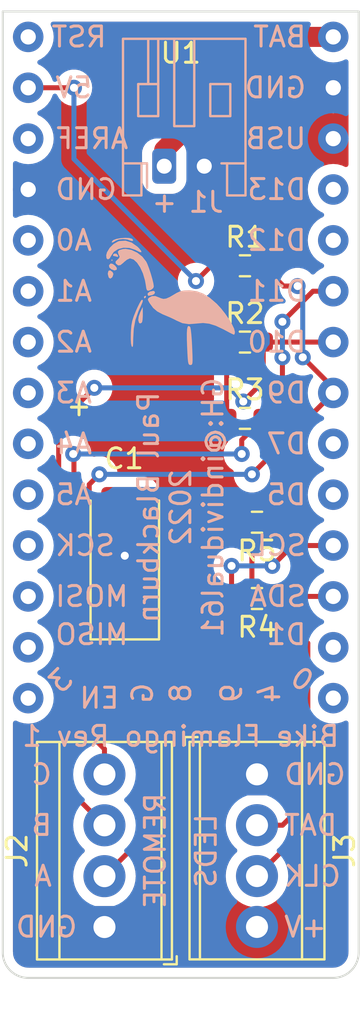
<source format=kicad_pcb>
(kicad_pcb (version 20211014) (generator pcbnew)
  (layers (0 "F.Cu" signal) (31 "B.Cu" signal) (34 "B.Paste" user) (35 "F.Paste" user) (36 "B.SilkS" user "B.Silkscreen") (37 "F.SilkS" user "F.Silkscreen") (38 "B.Mask" user) (39 "F.Mask" user) (44 "Edge.Cuts" user))
  (net 0 "")
  (net 1 "VBUS")
  (net 2 "GND")
  (net 3 "Net-(J1-Pad1)")
  (net 4 "/BUTT_A")
  (net 5 "/BUTT_B")
  (net 6 "/BUTT_C")
  (net 7 "+5V")
  (net 8 "/SDA")
  (net 9 "/SCL")
  (footprint "TerminalBlock_TE-Connectivity:TerminalBlock_TE_282834-4_1x04_P2.54mm_Horizontal" (layer "F.Cu") (at 129.54 121.915 -90)
    (fp_text reference "J3" (at 3.81 -4.37 90) (layer "F.SilkS"))
    (fp_text value "Button Board Terminal")
    (fp_line (start -1.62 3.37) (end 9.241 3.37) (layer "F.SilkS") (width 0.12))
    (fp_line (start -1.86 2.97) (end -1.86 3.61) (layer "F.SilkS") (width 0.12))
    (fp_line (start -1.86 3.61) (end -1.46 3.61) (layer "F.SilkS") (width 0.12))
    (fp_line (start 9.241 -3.37) (end 9.241 3.37) (layer "F.SilkS") (width 0.12))
    (fp_line (start -1.62 -3.37) (end 9.241 -3.37) (layer "F.SilkS") (width 0.12))
    (fp_line (start -1.62 -3.37) (end -1.62 3.37) (layer "F.SilkS") (width 0.12))
    (fp_line (start -1.62 2.85) (end 9.241 2.85) (layer "F.SilkS") (width 0.12))
    (fp_line (start -1.62 -2.25) (end 9.241 -2.25) (layer "F.SilkS") (width 0.12))
    (pad "1" thru_hole rect (at 0 0 270) (size 2.1 2.1) (drill 1.1) (layers *.Cu *.Mask) (net 2 "GND"))
    (pad "2" thru_hole circle (at 2.54 0 270) (size 2.1 2.1) (drill 1.1) (layers *.Cu *.Mask) (net 9 "/SCL"))
    (pad "3" thru_hole circle (at 5.08 0 270) (size 2.1 2.1) (drill 1.1) (layers *.Cu *.Mask) (net 8 "/SDA"))
    (pad "4" thru_hole circle (at 7.62 0 270) (size 2.1 2.1) (drill 1.1) (layers *.Cu *.Mask) (net 1 "VBUS"))
  )
  (footprint "Capacitor_Tantalum_SMD:CP_EIA-6032-28_Kemet-C_Pad2.25x2.35mm_HandSolder" (layer "F.Cu") (at 122.936 111.242 90)
    (fp_text reference "C1" (at 5.09 -0.033 180) (layer "F.SilkS"))
    (fp_text value "100uF")
    (fp_line (start 3 -1.71) (end -3.935 -1.71) (layer "F.SilkS") (width 0.12))
    (fp_line (start -3.935 -1.71) (end -3.935 1.71) (layer "F.SilkS") (width 0.12))
    (fp_line (start -3.935 1.71) (end 3 1.71) (layer "F.SilkS") (width 0.12))
    (pad "1" smd roundrect (at -2.55 0 90) (size 2.25 2.35) (layers "F.Cu" "F.Paste" "F.Mask") (roundrect_rratio 0.111111) (net 1 "VBUS"))
    (pad "2" smd roundrect (at 2.55 0 90) (size 2.25 2.35) (layers "F.Cu" "F.Paste" "F.Mask") (roundrect_rratio 0.111111) (net 2 "GND"))
  )
  (footprint "Resistor_SMD:R_0603_1608Metric_Pad0.98x0.95mm_HandSolder" (layer "F.Cu") (at 128.938 100.33)
    (fp_text reference "R2" (at 0 -1.43) (layer "F.SilkS"))
    (fp_text value "4.7k")
    (fp_line (start -0.254724 -0.5225) (end 0.254724 -0.5225) (layer "F.SilkS") (width 0.12))
    (fp_line (start -0.254724 0.5225) (end 0.254724 0.5225) (layer "F.SilkS") (width 0.12))
    (pad "1" smd roundrect (at -0.9125 0) (size 0.975 0.95) (layers "F.Cu" "F.Paste" "F.Mask") (net 7 "+5V"))
    (pad "2" smd roundrect (at 0.9125 0) (size 0.975 0.95) (layers "F.Cu" "F.Paste" "F.Mask") (net 5 "/BUTT_B"))
  )
  (footprint "TerminalBlock_TE-Connectivity:TerminalBlock_TE_282834-4_1x04_P2.54mm_Horizontal" (layer "F.Cu") (at 121.92 129.54 90)
    (fp_text reference "J2" (at 3.81 -4.37 90) (layer "F.SilkS"))
    (fp_text value "Button Board Terminal")
    (fp_line (start -1.62 -3.37) (end 9.241 -3.37) (layer "F.SilkS") (width 0.12))
    (fp_line (start -1.62 3.37) (end 9.241 3.37) (layer "F.SilkS") (width 0.12))
    (fp_line (start -1.86 3.61) (end -1.46 3.61) (layer "F.SilkS") (width 0.12))
    (fp_line (start -1.62 -3.37) (end -1.62 3.37) (layer "F.SilkS") (width 0.12))
    (fp_line (start 9.241 -3.37) (end 9.241 3.37) (layer "F.SilkS") (width 0.12))
    (fp_line (start -1.62 2.85) (end 9.241 2.85) (layer "F.SilkS") (width 0.12))
    (fp_line (start -1.86 2.97) (end -1.86 3.61) (layer "F.SilkS") (width 0.12))
    (fp_line (start -1.62 -2.25) (end 9.241 -2.25) (layer "F.SilkS") (width 0.12))
    (pad "1" thru_hole rect (at 0 0 90) (size 2.1 2.1) (drill 1.1) (layers *.Cu *.Mask) (net 2 "GND"))
    (pad "2" thru_hole circle (at 2.54 0 90) (size 2.1 2.1) (drill 1.1) (layers *.Cu *.Mask) (net 4 "/BUTT_A"))
    (pad "3" thru_hole circle (at 5.08 0 90) (size 2.1 2.1) (drill 1.1) (layers *.Cu *.Mask) (net 5 "/BUTT_B"))
    (pad "4" thru_hole circle (at 7.62 0 90) (size 2.1 2.1) (drill 1.1) (layers *.Cu *.Mask) (net 6 "/BUTT_C"))
  )
  (footprint "Resistor_SMD:R_0603_1608Metric_Pad0.98x0.95mm_HandSolder" (layer "F.Cu") (at 128.938 104.14)
    (fp_text reference "R3" (at 0 -1.43) (layer "F.SilkS"))
    (fp_text value "4.7k")
    (fp_line (start -0.254724 0.5225) (end 0.254724 0.5225) (layer "F.SilkS") (width 0.12))
    (fp_line (start -0.254724 -0.5225) (end 0.254724 -0.5225) (layer "F.SilkS") (width 0.12))
    (pad "1" smd roundrect (at -0.9125 0) (size 0.975 0.95) (layers "F.Cu" "F.Paste" "F.Mask") (net 7 "+5V"))
    (pad "2" smd roundrect (at 0.9125 0) (size 0.975 0.95) (layers "F.Cu" "F.Paste" "F.Mask") (net 6 "/BUTT_C"))
  )
  (footprint "MyBoards:Adafruit Itsy Bitsy 5V 16 MHz" (layer "F.Cu") (at 125.73 101.6)
    (fp_text reference "U1" (at 0 -15.7 unlocked) (layer "F.SilkS"))
    (fp_text value "Adafruit_ItsyBitsy_5V_16MHz")
    (fp_text user "USB" (at 6.35 -11.43 unlocked) (layer "B.SilkS") (effects (justify left mirror)))
    (fp_text user "3" (at -5.588 15.24 45 unlocked) (layer "B.SilkS") (effects (justify left mirror)))
    (fp_text user "AREF" (at -6.35 -11.43 unlocked) (layer "B.SilkS") (effects (justify right mirror)))
    (fp_text user "D9" (at 6.35 1.27 unlocked) (layer "B.SilkS") (effects (justify left mirror)))
    (fp_text user "D7" (at 6.35 3.81 unlocked) (layer "B.SilkS") (effects (justify left mirror)))
    (fp_text user "5V" (at -6.35 -13.97 unlocked) (layer "B.SilkS") (effects (justify right mirror)))
    (fp_text user "MISO" (at -6.35 13.335 unlocked) (layer "B.SilkS") (effects (justify right mirror)))
    (fp_text user "GND" (at -6.35 -8.89 unlocked) (layer "B.SilkS") (effects (justify right mirror)))
    (fp_text user "EN" (at -4.064 16.51 unlocked) (layer "B.SilkS") (effects (justify mirror)))
    (fp_text user "A2" (at -6.35 -1.27 unlocked) (layer "B.SilkS") (effects (justify right mirror)))
    (fp_text user "9" (at 2.54 16.256 90 unlocked) (layer "B.SilkS") (effects (justify mirror)))
    (fp_text user "GND" (at 6.35 -13.97 unlocked) (layer "B.SilkS") (effects (justify left mirror)))
    (fp_text user "A1" (at -6.35 -3.81 unlocked) (layer "B.SilkS") (effects (justify right mirror)))
    (fp_text user "SCK" (at -6.35 8.89 unlocked) (layer "B.SilkS") (effects (justify right mirror)))
    (fp_text user "4" (at 4.445 16.256 90 unlocked) (layer "B.SilkS") (effects (justify mirror)))
    (fp_text user "D13" (at 6.35 -8.89 unlocked) (layer "B.SilkS") (effects (justify left mirror)))
    (fp_text user "SDA" (at 6.35 11.43 unlocked) (layer "B.SilkS") (effects (justify left mirror)))
    (fp_text user "D5" (at 6.35 6.35 unlocked) (layer "B.SilkS") (effects (justify left mirror)))
    (fp_text user "D11" (at 6.35 -3.81 unlocked) (layer "B.SilkS") (effects (justify left mirror)))
    (fp_text user "8" (at 0 16.256 90 unlocked) (layer "B.SilkS") (effects (justify mirror)))
    (fp_text user "G" (at -1.905 16.256 90 unlocked) (layer "B.SilkS") (effects (justify mirror)))
    (fp_text user "A4" (at -6.35 3.81 unlocked) (layer "B.SilkS") (effects (justify right mirror)))
    (fp_text user "BAT" (at 6.35 -16.51 unlocked) (layer "B.SilkS") (effects (justify left mirror)))
    (fp_text user "0" (at 5.588 15.24 325 unlocked) (layer "B.SilkS") (effects (justify right mirror)))
    (fp_text user "D1" (at 6.35 13.335 unlocked) (layer "B.SilkS") (effects (justify left mirror)))
    (fp_text user "RST" (at -5.08 -16.51 unlocked) (layer "B.SilkS") (effects (justify mirror)))
    (fp_text user "SCL" (at 6.35 8.89 unlocked) (layer "B.SilkS") (effects (justify left mirror)))
    (fp_text user "D10" (at 6.35 -1.27 unlocked) (layer "B.SilkS") (effects (justify left mirror)))
    (fp_text user "A3" (at -6.35 1.27 unlocked) (layer "B.SilkS") (effects (justify right mirror)))
    (fp_text user "A5" (at -6.35 6.35 unlocked) (layer "B.SilkS") (effects (justify right mirror)))
    (fp_text user "MOSI" (at -6.35 11.43 unlocked) (layer "B.SilkS") (effects (justify right mirror)))
    (fp_text user "D12" (at 6.35 -6.35 unlocked) (layer "B.SilkS") (effects (justify left mirror)))
    (fp_text user "A0" (at -6.35 -6.35 unlocked) (layer "B.SilkS") (effects (justify right mirror)))
    (pad "1" thru_hole circle (at -7.62 -16.51) (size 1.524 1.524) (drill 0.762) (layers *.Cu *.Mask))
    (pad "2" thru_hole circle (at -7.62 -13.97) (size 1.524 1.524) (drill 0.762) (layers *.Cu *.Mask) (net 7 "+5V"))
    (pad "3" thru_hole circle (at -7.62 -11.43) (size 1.524 1.524) (drill 0.762) (layers *.Cu *.Mask))
    (pad "4" thru_hole circle (at -7.62 -8.89) (size 1.524 1.524) (drill 0.762) (layers *.Cu *.Mask) (net 2 "GND"))
    (pad "5" thru_hole circle (at -7.62 -6.35) (size 1.524 1.524) (drill 0.762) (layers *.Cu *.Mask))
    (pad "6" thru_hole circle (at -7.62 -3.81) (size 1.524 1.524) (drill 0.762) (layers *.Cu *.Mask))
    (pad "7" thru_hole circle (at -7.62 -1.27) (size 1.524 1.524) (drill 0.762) (layers *.Cu *.Mask))
    (pad "8" thru_hole circle (at -7.62 1.27) (size 1.524 1.524) (drill 0.762) (layers *.Cu *.Mask))
    (pad "9" thru_hole circle (at -7.62 3.81) (size 1.524 1.524) (drill 0.762) (layers *.Cu *.Mask))
    (pad "10" thru_hole circle (at -7.62 6.35) (size 1.524 1.524) (drill 0.762) (layers *.Cu *.Mask))
    (pad "11" thru_hole circle (at -7.62 8.89) (size 1.524 1.524) (drill 0.762) (layers *.Cu *.Mask))
    (pad "12" thru_hole circle (at -7.62 11.43) (size 1.524 1.524) (drill 0.762) (layers *.Cu *.Mask))
    (pad "13" thru_hole circle (at -7.62 13.97) (size 1.524 1.524) (drill 0.762) (layers *.Cu *.Mask))
    (pad "14" thru_hole circle (at -7.62 16.51) (size 1.524 1.524) (drill 0.762) (layers *.Cu *.Mask))
    (pad "20" thru_hole circle (at 7.62 16.51) (size 1.524 1.524) (drill 0.762) (layers *.Cu *.Mask))
    (pad "21" thru_hole circle (at 7.62 13.97) (size 1.524 1.524) (drill 0.762) (layers *.Cu *.Mask))
    (pad "22" thru_hole circle (at 7.62 11.43) (size 1.524 1.524) (drill 0.762) (layers *.Cu *.Mask) (net 8 "/SDA"))
    (pad "23" thru_hole circle (at 7.62 8.89) (size 1.524 1.524) (drill 0.762) (layers *.Cu *.Mask) (net 9 "/SCL"))
    (pad "24" thru_hole circle (at 7.62 6.35) (size 1.524 1.524) (drill 0.762) (layers *.Cu *.Mask))
    (pad "25" thru_hole circle (at 7.62 3.81) (size 1.524 1.524) (drill 0.762) (layers *.Cu *.Mask))
    (pad "26" thru_hole circle (at 7.62 1.27) (size 1.524 1.524) (drill 0.762) (layers *.Cu *.Mask) (net 4 "/BUTT_A"))
    (pad "27" thru_hole circle (at 7.62 -1.27) (size 1.524 1.524) (drill 0.762) (layers *.Cu *.Mask) (net 5 "/BUTT_B"))
    (pad "28" thru_hole circle (at 7.62 -3.81) (size 1.524 1.524) (drill 0.762) (layers *.Cu *.Mask) (net 6 "/BUTT_C"))
    (pad "29" thru_hole circle (at 7.62 -6.35) (size 1.524 1.524) (drill 0.762) (layers *.Cu *.Mask))
    (pad "30" thru_hole circle (at 7.62 -8.89) (size 1.524 1.524) (drill 0.762) (layers *.Cu *.Mask))
    (pad "31" thru_hole circle (at 7.62 -11.43) (size 1.524 1.524) (drill 0.762) (layers *.Cu *.Mask) (net 1 "VBUS"))
    (pad "32" thru_hole circle (at 7.62 -13.97) (size 1.524 1.524) (drill 0.762) (layers *.Cu *.Mask) (net 2 "GND"))
    (pad "33" thru_hole circle (at 7.62 -16.51) (size 1.524 1.524) (drill 0.762) (layers *.Cu *.Mask) (net 3 "Net-(J1-Pad1)"))
  )
  (footprint "Resistor_SMD:R_0603_1608Metric_Pad0.98x0.95mm_HandSolder" (layer "F.Cu") (at 128.938 96.52)
    (fp_text reference "R1" (at 0 -1.43) (layer "F.SilkS"))
    (fp_text value "4.7k")
    (fp_line (start -0.254724 0.5225) (end 0.254724 0.5225) (layer "F.SilkS") (width 0.12))
    (fp_line (start -0.254724 -0.5225) (end 0.254724 -0.5225) (layer "F.SilkS") (width 0.12))
    (pad "1" smd roundrect (at -0.9125 0) (size 0.975 0.95) (layers "F.Cu" "F.Paste" "F.Mask") (net 7 "+5V"))
    (pad "2" smd roundrect (at 0.9125 0) (size 0.975 0.95) (layers "F.Cu" "F.Paste" "F.Mask") (net 4 "/BUTT_A"))
  )
  (footprint "Resistor_SMD:R_0603_1608Metric_Pad0.98x0.95mm_HandSolder" (layer "F.Cu") (at 129.54 113.136 180)
    (fp_text reference "R4" (at 0 -1.43) (layer "F.SilkS"))
    (fp_text value "330")
    (fp_line (start -0.254724 0.5225) (end 0.254724 0.5225) (layer "F.SilkS") (width 0.12))
    (fp_line (start -0.254724 -0.5225) (end 0.254724 -0.5225) (layer "F.SilkS") (width 0.12))
    (pad "1" smd roundrect (at -0.9125 0 180) (size 0.975 0.95) (layers "F.Cu" "F.Paste" "F.Mask") (net 8 "/SDA"))
    (pad "2" smd roundrect (at 0.9125 0 180) (size 0.975 0.95) (layers "F.Cu" "F.Paste" "F.Mask") (net 9 "/SCL"))
  )
  (footprint "Resistor_SMD:R_0603_1608Metric_Pad0.98x0.95mm_HandSolder" (layer "F.Cu") (at 129.54 109.326 180)
    (fp_text reference "R5" (at 0 -1.43) (layer "F.SilkS"))
    (fp_text value "330")
    (fp_line (start -0.254724 0.5225) (end 0.254724 0.5225) (layer "F.SilkS") (width 0.12))
    (fp_line (start -0.254724 -0.5225) (end 0.254724 -0.5225) (layer "F.SilkS") (width 0.12))
    (pad "1" smd roundrect (at -0.9125 0 180) (size 0.975 0.95) (layers "F.Cu" "F.Paste" "F.Mask") (net 9 "/SCL"))
    (pad "2" smd roundrect (at 0.9125 0 180) (size 0.975 0.95) (layers "F.Cu" "F.Paste" "F.Mask") (net 8 "/SDA"))
  )
  (footprint "Connector_JST:JST_PH_S2B-PH-K_1x02_P2.00mm_Horizontal" (layer "B.Cu") (at 124.906 91.546)
    (fp_text reference "J1" (at 2.094 1.799) (layer "B.SilkS") (effects (justify mirror)))
    (fp_text value "Battery Connector")
    (fp_line (start 3.3 -2.5) (end 3.3 -4.1) (layer "B.SilkS") (width 0.12))
    (fp_line (start -0.86 -0.14) (end -1.14 -0.14) (layer "B.SilkS") (width 0.12))
    (fp_line (start 2.3 -2.5) (end 3.3 -2.5) (layer "B.SilkS") (width 0.12))
    (fp_line (start -0.8 -4.1) (end -0.8 -6.36) (layer "B.SilkS") (width 0.12))
    (fp_line (start -1.3 -4.1) (end -0.3 -4.1) (layer "B.SilkS") (width 0.12))
    (fp_line (start 4.06 -0.14) (end 3.14 -0.14) (layer "B.SilkS") (width 0.12))
    (fp_line (start -0.3 -4.1) (end -0.3 -6.36) (layer "B.SilkS") (width 0.12))
    (fp_line (start -1.14 1.46) (end -2.06 1.46) (layer "B.SilkS") (width 0.12))
    (fp_line (start 0.5 -6.36) (end 0.5 -2) (layer "B.SilkS") (width 0.12))
    (fp_line (start 1.5 -2) (end 1.5 -6.36) (layer "B.SilkS") (width 0.12))
    (fp_line (start 2.3 -4.1) (end 2.3 -2.5) (layer "B.SilkS") (width 0.12))
    (fp_line (start 4.06 -6.36) (end 4.06 1.46) (layer "B.SilkS") (width 0.12))
    (fp_line (start -2.06 -0.14) (end -1.14 -0.14) (layer "B.SilkS") (width 0.12))
    (fp_line (start -1.14 -0.14) (end -1.14 1.46) (layer "B.SilkS") (width 0.12))
    (fp_line (start -0.86 -0.14) (end -0.86 1.075) (layer "B.SilkS") (width 0.12))
    (fp_line (start 3.14 -0.14) (end 2.86 -0.14) (layer "B.SilkS") (width 0.12))
    (fp_line (start 4.06 1.46) (end 3.14 1.46) (layer "B.SilkS") (width 0.12))
    (fp_line (start 3.14 1.46) (end 3.14 -0.14) (layer "B.SilkS") (width 0.12))
    (fp_line (start -2.06 1.46) (end -2.06 -6.36) (layer "B.SilkS") (width 0.12))
    (fp_line (start -2.06 -6.36) (end 4.06 -6.36) (layer "B.SilkS") (width 0.12))
    (fp_line (start 3.3 -4.1) (end 2.3 -4.1) (layer "B.SilkS") (width 0.12))
    (fp_line (start -1.3 -2.5) (end -1.3 -4.1) (layer "B.SilkS") (width 0.12))
    (fp_line (start -0.3 -2.5) (end -1.3 -2.5) (layer "B.SilkS") (width 0.12))
    (fp_line (start 0.5 -2) (end 1.5 -2) (layer "B.SilkS") (width 0.12))
    (fp_line (start -0.3 -4.1) (end -0.3 -2.5) (layer "B.SilkS") (width 0.12))
    (pad "1" thru_hole roundrect (at 0 0) (size 1.2 1.75) (drill 0.75) (layers *.Cu *.Mask) (roundrect_rratio 0.208333) (net 3 "Net-(J1-Pad1)"))
    (pad "2" thru_hole oval (at 2 0) (size 1.2 1.75) (drill 0.75) (layers *.Cu *.Mask) (net 2 "GND"))
  )
  (footprint "MyFlamingoLogo:flamingo_logo_8-8_6-7" (layer "B.Cu") (at 124.864947 98.142974 180)
    (fp_text reference "G***" hide)
    (fp_text value "LOGO" hide)
    (fp_poly (pts (xy -1.216605 -1.420367) (xy -1.187211 -1.540498) (xy -1.17437 -1.755221) (xy -1.176753 -2.073721) (xy -1.188625 -2.407055) (xy -1.204756 -2.758601) (xy -1.219814 -3.007051) (xy -1.23691 -3.170189) (xy -1.259154 -3.265801) (xy -1.289656 -3.31167) (xy -1.331526 -3.325581) (xy -1.34936 -3.32619) (xy -1.395319 -3.321326) (xy -1.426796 -3.294829) (xy -1.445367 -3.228846) (xy -1.452608 -3.105521) (xy -1.450095 -2.907) (xy -1.439405 -2.615429) (xy -1.43052 -2.40684) (xy -1.41287 -2.082965) (xy -1.390656 -1.800906) (xy -1.366188 -1.583274) (xy -1.341779 -1.452677) (xy -1.330364 -1.427126) (xy -1.263879 -1.385639) (xy -1.216605 -1.420367)) (layer "B.SilkS") (width 0.01) (fill solid))
    (fp_poly (pts (xy -1.01986 0.38375) (xy -0.837292 0.34526) (xy -0.658987 0.261944) (xy -0.559249 0.202269) (xy -0.316384 0.059627) (xy -0.140215 -0.01719) (xy -0.000879 -0.035197) (xy 0.13149 -0.001407) (xy 0.191154 0.026025) (xy 0.405142 0.107591) (xy 0.571174 0.103375) (xy 0.694096 0.038726) (xy 0.762038 -0.020527) (xy 0.769584 -0.0835) (xy 0.714585 -0.191734) (xy 0.679191 -0.249567) (xy 0.50974 -0.479523) (xy 0.30827 -0.652062) (xy 0.037625 -0.796125) (xy -0.090714 -0.849277) (xy -0.319563 -0.945314) (xy -0.533705 -1.045214) (xy -0.651203 -1.107325) (xy -0.951932 -1.239713) (xy -1.275114 -1.288112) (xy -1.656947 -1.25776) (xy -1.672814 -1.255171) (xy -1.984264 -1.229656) (xy -2.289984 -1.265071) (xy -2.618419 -1.368393) (xy -2.998017 -1.5466) (xy -3.112727 -1.608326) (xy -3.303453 -1.710238) (xy -3.45142 -1.783882) (xy -3.526239 -1.814176) (xy -3.52776 -1.814286) (xy -3.559169 -1.762864) (xy -3.568095 -1.67695) (xy -3.529649 -1.520621) (xy -3.425193 -1.300804) (xy -3.271053 -1.042613) (xy -3.083553 -0.771162) (xy -2.879018 -0.511568) (xy -2.673773 -0.288944) (xy -2.652575 -0.268478) (xy -2.30749 0.029363) (xy -1.9904 0.230666) (xy -1.676025 0.347479) (xy -1.339088 0.391852) (xy -1.26466 0.393095) (xy -1.01986 0.38375)) (layer "B.SilkS") (width 0.01) (fill solid))
    (fp_poly (pts (xy 2.02535 2.453389) (xy 2.203869 2.40162) (xy 2.272809 2.325005) (xy 2.243167 2.208209) (xy 2.224549 2.175664) (xy 2.182231 2.074721) (xy 2.220524 1.993471) (xy 2.290098 1.930958) (xy 2.383588 1.836016) (xy 2.384606 1.761024) (xy 2.358288 1.72323) (xy 2.2588 1.645127) (xy 2.149062 1.659866) (xy 2.006471 1.772687) (xy 1.965477 1.814286) (xy 1.823977 1.929966) (xy 1.688073 1.99225) (xy 1.658957 1.995714) (xy 1.48741 1.938792) (xy 1.315887 1.781118) (xy 1.156041 1.542333) (xy 1.019529 1.242076) (xy 0.918004 0.89999) (xy 0.878395 0.680357) (xy 0.848947 0.489491) (xy 0.813032 0.396877) (xy 0.748663 0.380817) (xy 0.633854 0.419611) (xy 0.619881 0.425218) (xy 0.514411 0.507938) (xy 0.48381 0.58891) (xy 0.504432 0.741105) (xy 0.558579 0.967545) (xy 0.634672 1.23025) (xy 0.721128 1.491237) (xy 0.80637 1.712524) (xy 0.861518 1.82778) (xy 1.054282 2.075524) (xy 1.312124 2.276011) (xy 1.601921 2.411434) (xy 1.890548 2.463989) (xy 2.02535 2.453389)) (layer "B.SilkS") (width 0.01) (fill solid))
    (fp_poly (pts (xy 0.965158 0.077052) (xy 0.967619 0.060476) (xy 0.946986 0.001572) (xy 0.94095 0) (xy 0.889318 0.042378) (xy 0.876905 0.060476) (xy 0.8817 0.116204) (xy 0.903574 0.120952) (xy 0.965158 0.077052)) (layer "B.SilkS") (width 0.01) (fill solid))
    (fp_poly (pts (xy 2.635391 1.730145) (xy 2.712991 1.652684) (xy 2.699667 1.545176) (xy 2.604452 1.453556) (xy 2.443597 1.394741) (xy 2.344817 1.42889) (xy 2.329697 1.449223) (xy 2.339482 1.531161) (xy 2.418392 1.629972) (xy 2.526917 1.70935) (xy 2.625548 1.732986) (xy 2.635391 1.730145)) (layer "B.SilkS") (width 0.01) (fill solid))
    (fp_poly (pts (xy 2.194589 2.85486) (xy 2.262315 2.834468) (xy 2.485324 2.709211) (xy 2.680231 2.51717) (xy 2.814295 2.296273) (xy 2.853988 2.149054) (xy 2.839297 2.000062) (xy 2.774122 1.946697) (xy 2.687686 1.993612) (xy 2.62078 2.11192) (xy 2.48295 2.318759) (xy 2.266748 2.459463) (xy 1.998632 2.528229) (xy 1.705062 2.519255) (xy 1.412496 2.426738) (xy 1.345596 2.391587) (xy 1.178827 2.310622) (xy 1.102434 2.305747) (xy 1.117753 2.371191) (xy 1.226116 2.501183) (xy 1.302806 2.576577) (xy 1.58711 2.777748) (xy 1.890942 2.872276) (xy 2.194589 2.85486)) (layer "B.SilkS") (width 0.01) (fill solid))
    (fp_poly (pts (xy 1.153736 -0.695476) (xy 1.2298 -0.907363) (xy 1.251137 -1.09194) (xy 1.216761 -1.218411) (xy 1.171618 -1.252773) (xy 1.095713 -1.225032) (xy 1.065785 -1.176895) (xy 1.044838 -1.061584) (xy 1.033564 -0.87754) (xy 1.032991 -0.766125) (xy 1.037886 -0.453571) (xy 1.153736 -0.695476)) (layer "B.SilkS") (width 0.01) (fill solid))
    (fp_poly (pts (xy 2.135455 2.999515) (xy 2.34657 2.961419) (xy 2.495882 2.905786) (xy 2.523476 2.884824) (xy 2.580743 2.806662) (xy 2.552396 2.78738) (xy 2.459374 2.828618) (xy 2.39237 2.874542) (xy 2.232913 2.93883) (xy 2.016804 2.961019) (xy 1.801467 2.93921) (xy 1.684178 2.897957) (xy 1.572717 2.862898) (xy 1.515633 2.884013) (xy 1.540968 2.943144) (xy 1.574133 2.969216) (xy 1.704953 3.00735) (xy 1.906822 3.016138) (xy 2.135455 2.999515)) (layer "B.SilkS") (width 0.01) (fill solid))
    (fp_poly (pts (xy 1.11547 -0.12071) (xy 1.192631 -0.254342) (xy 1.290431 -0.454313) (xy 1.36068 -0.612437) (xy 1.478191 -0.901287) (xy 1.552262 -1.132814) (xy 1.594712 -1.357288) (xy 1.617356 -1.624979) (xy 1.622222 -1.725068) (xy 1.62714 -2.021326) (xy 1.614723 -2.249862) (xy 1.586467 -2.386251) (xy 1.581129 -2.396954) (xy 1.547541 -2.430361) (xy 1.526858 -2.380625) (xy 1.516434 -2.2341) (xy 1.513744 -2.049326) (xy 1.486004 -1.527577) (xy 1.401696 -1.07513) (xy 1.252352 -0.65031) (xy 1.210879 -0.558447) (xy 1.107469 -0.334833) (xy 1.049581 -0.197397) (xy 1.03057 -0.123191) (xy 1.043795 -0.089268) (xy 1.071307 -0.076311) (xy 1.11547 -0.12071)) (layer "B.SilkS") (width 0.01) (fill solid))
    (fp_poly (pts (xy 2.740544 1.36826) (xy 2.773002 1.244207) (xy 2.770618 1.199062) (xy 2.729415 1.041418) (xy 2.657754 0.984852) (xy 2.572681 1.037513) (xy 2.539898 1.088762) (xy 2.502098 1.21649) (xy 2.543209 1.304104) (xy 2.656766 1.391542) (xy 2.740544 1.36826)) (layer "B.SilkS") (width 0.01) (fill solid))
    (fp_poly (pts (xy 0.672277 0.332276) (xy 0.771948 0.25483) (xy 0.786191 0.205196) (xy 0.760439 0.133956) (xy 0.740834 0.129188) (xy 0.650338 0.146219) (xy 0.559405 0.163632) (xy 0.460875 0.215016) (xy 0.423545 0.292247) (xy 0.458236 0.352478) (xy 0.509102 0.362857) (xy 0.672277 0.332276)) (layer "B.SilkS") (width 0.01) (fill solid))
    (fp_poly (pts (xy 2.45722 2.224683) (xy 2.509762 2.177143) (xy 2.507788 2.121292) (xy 2.48804 2.116667) (xy 2.38315 2.096577) (xy 2.332594 2.079695) (xy 2.264554 2.075343) (xy 2.273642 2.140171) (xy 2.352929 2.224797) (xy 2.45722 2.224683)) (layer "B.SilkS") (width 0.01) (fill solid))
    (fp_poly (pts (xy 2.600477 1.905) (xy 2.570239 1.874762) (xy 2.54 1.905) (xy 2.570239 1.935238) (xy 2.600477 1.905)) (layer "B.SilkS") (width 0.01) (fill solid))
  )
  (gr_line (start 134.62 83.82) (end 134.62 130.81) (layer "Edge.Cuts") (width 0.1))
  (gr_arc (start 134.62 130.81) (mid 134.248026 131.708026) (end 133.35 132.08) (layer "Edge.Cuts") (width 0.1))
  (gr_line (start 118.11 132.08) (end 133.35 132.08) (layer "Edge.Cuts") (width 0.1))
  (gr_arc (start 118.11 132.08) (mid 117.211974 131.708026) (end 116.84 130.81) (layer "Edge.Cuts") (width 0.1))
  (gr_line (start 116.84 130.81) (end 116.84 83.82) (layer "Edge.Cuts") (width 0.1))
  (gr_line (start 116.84 83.82) (end 134.62 83.82) (layer "Edge.Cuts") (width 0.1))
  (gr_text "+V" (at 130.81 129.54) (layer "B.SilkS") (effects (font (size 1 1)) (justify right mirror)))
  (gr_text "LEDS" (at 127 125.73 90) (layer "B.SilkS") (effects (font (size 1 1)) (justify mirror)))
  (gr_text "GND" (at 130.81 121.92) (layer "B.SilkS") (effects (font (size 1 1)) (justify right mirror)))
  (gr_text "CLK" (at 130.81 127) (layer "B.SilkS") (effects (font (size 1 1)) (justify right mirror)))
  (gr_text "DAT" (at 130.81 124.46) (layer "B.SilkS") (effects (font (size 1 1)) (justify right mirror)))
  (gr_text "Paul Blackburn\n2022\nGH:@individual61" (at 125.73 108.585 90) (layer "B.SilkS") (effects (font (size 1 1)) (justify mirror)))
  (gr_text "C" (at 119.38 121.92) (layer "B.SilkS") (effects (font (size 1 1)) (justify left mirror)))
  (gr_text "GND" (at 120.65 129.54) (layer "B.SilkS") (effects (font (size 1 1)) (justify left mirror)))
  (gr_text "+" (at 124.9172 93.345) (layer "B.SilkS") (effects (font (size 1 1)) (justify mirror)))
  (gr_text "B" (at 119.38 124.46) (layer "B.SilkS") (effects (font (size 1 1)) (justify left mirror)))
  (gr_text "A" (at 119.38 127) (layer "B.SilkS") (effects (font (size 1 1)) (justify left mirror)))
  (gr_text "REMOTE" (at 124.46 125.73 90) (layer "B.SilkS") (effects (font (size 1 1)) (justify mirror)))
  (gr_text "Bike Flamingo Rev 1" (at 125.73 120.015) (layer "B.SilkS") (effects (font (size 1 1)) (justify mirror)))
  (gr_text "+" (at 120.65 103.505) (layer "F.SilkS") (effects (font (size 1 1))))
  (segment (start 122.936 108.692) (end 122.936 110.998) (width 0.25) (layer "F.Cu") (net 2))
  (via (at 122.936 110.998) (size 0.8) (drill 0.4) (layers "F.Cu" "B.Cu") (net 2))
  (segment (start 130.556 85.09) (end 133.35 85.09) (width 1) (layer "F.Cu") (net 3))
  (segment (start 124.906 91.546) (end 124.906 90.74) (width 1) (layer "F.Cu") (net 3))
  (segment (start 124.906 90.74) (end 130.556 85.09) (width 1) (layer "F.Cu") (net 3))
  (segment (start 121.158 118.11) (end 124.46 121.412) (width 0.25) (layer "F.Cu") (net 4))
  (segment (start 131.567701 97.531701) (end 130.862201 97.531701) (width 0.25) (layer "F.Cu") (net 4))
  (segment (start 124.46 124.46) (end 121.92 127) (width 0.25) (layer "F.Cu") (net 4))
  (segment (start 121.158 107.442) (end 121.158 118.11) (width 0.25) (layer "F.Cu") (net 4))
  (segment (start 121.158 107.442) (end 121.666 106.934) (width 0.25) (layer "F.Cu") (net 4))
  (segment (start 133.35 102.87) (end 133.35 102.616) (width 0.25) (layer "F.Cu") (net 4))
  (segment (start 133.35 102.616) (end 131.826 101.092) (width 0.25) (layer "F.Cu") (net 4))
  (segment (start 130.862201 97.531701) (end 129.8505 96.52) (width 0.25) (layer "F.Cu") (net 4))
  (segment (start 129.286 106.934) (end 133.35 102.87) (width 0.25) (layer "F.Cu") (net 4))
  (segment (start 124.46 121.412) (end 124.46 124.46) (width 0.25) (layer "F.Cu") (net 4))
  (via (at 131.567701 97.531701) (size 0.8) (drill 0.4) (layers "F.Cu" "B.Cu") (net 4))
  (via (at 129.286 106.934) (size 0.8) (drill 0.4) (layers "F.Cu" "B.Cu") (net 4))
  (via (at 131.826 101.092) (size 0.8) (drill 0.4) (layers "F.Cu" "B.Cu") (net 4))
  (via (at 121.666 106.934) (size 0.8) (drill 0.4) (layers "F.Cu" "B.Cu") (net 4))
  (segment (start 131.826 101.092) (end 131.826 97.79) (width 0.25) (layer "B.Cu") (net 4))
  (segment (start 129.286 106.934) (end 121.666 106.934) (width 0.25) (layer "B.Cu") (net 4))
  (segment (start 131.826 97.79) (end 131.567701 97.531701) (width 0.25) (layer "B.Cu") (net 4))
  (segment (start 121.412 102.616) (end 119.634 104.394) (width 0.25) (layer "F.Cu") (net 5))
  (segment (start 129.8505 102.302149) (end 129.8505 100.33) (width 0.25) (layer "F.Cu") (net 5))
  (segment (start 119.634 122.174) (end 121.92 124.46) (width 0.25) (layer "F.Cu") (net 5))
  (segment (start 133.35 100.33) (end 129.8505 100.33) (width 0.25) (layer "F.Cu") (net 5))
  (segment (start 128.854538 103.298111) (end 129.8505 102.302149) (width 0.25) (layer "F.Cu") (net 5))
  (segment (start 119.634 104.394) (end 119.634 122.174) (width 0.25) (layer "F.Cu") (net 5))
  (via (at 121.412 102.616) (size 0.8) (drill 0.4) (layers "F.Cu" "B.Cu") (net 5))
  (via (at 128.854538 103.298111) (size 0.8) (drill 0.4) (layers "F.Cu" "B.Cu") (net 5))
  (segment (start 128.854538 103.298111) (end 128.172427 102.616) (width 0.25) (layer "B.Cu") (net 5))
  (segment (start 128.172427 102.616) (end 121.412 102.616) (width 0.25) (layer "B.Cu") (net 5))
  (segment (start 128.778 105.918) (end 128.778 105.2125) (width 0.25) (layer "F.Cu") (net 6))
  (segment (start 130.81 101.092) (end 130.81 103.1805) (width 0.25) (layer "F.Cu") (net 6))
  (segment (start 120.396 119.126) (end 121.92 120.65) (width 0.25) (layer "F.Cu") (net 6))
  (segment (start 130.81 103.1805) (end 129.8505 104.14) (width 0.25) (layer "F.Cu") (net 6))
  (segment (start 130.81 99.314) (end 132.334 97.79) (width 0.25) (layer "F.Cu") (net 6))
  (segment (start 120.3585 105.918) (end 120.396 105.9555) (width 0.25) (layer "F.Cu") (net 6))
  (segment (start 121.92 120.65) (end 121.92 121.92) (width 0.25) (layer "F.Cu") (net 6))
  (segment (start 128.778 105.2125) (end 129.8505 104.14) (width 0.25) (layer "F.Cu") (net 6))
  (segment (start 120.396 105.9555) (end 120.396 119.126) (width 0.25) (layer "F.Cu") (net 6))
  (segment (start 132.334 97.79) (end 133.35 97.79) (width 0.25) (layer "F.Cu") (net 6))
  (via (at 120.3585 105.918) (size 0.8) (drill 0.4) (layers "F.Cu" "B.Cu") (net 6))
  (via (at 130.81 99.314) (size 0.8) (drill 0.4) (layers "F.Cu" "B.Cu") (net 6))
  (via (at 128.778 105.918) (size 0.8) (drill 0.4) (layers "F.Cu" "B.Cu") (net 6))
  (via (at 130.81 101.092) (size 0.8) (drill 0.4) (layers "F.Cu" "B.Cu") (net 6))
  (segment (start 130.81 99.314) (end 130.81 101.092) (width 0.25) (layer "B.Cu") (net 6))
  (segment (start 128.778 105.918) (end 120.3585 105.918) (width 0.25) (layer "B.Cu") (net 6))
  (segment (start 126.492 97.282) (end 127.254 96.52) (width 0.25) (layer "F.Cu") (net 7))
  (segment (start 120.396 87.63) (end 118.11 87.63) (width 0.25) (layer "F.Cu") (net 7))
  (segment (start 128.0255 96.52) (end 128.0255 100.33) (width 0.25) (layer "F.Cu") (net 7))
  (segment (start 127.254 96.52) (end 128.0255 96.52) (width 0.25) (layer "F.Cu") (net 7))
  (segment (start 128.0255 100.33) (end 128.0255 104.14) (width 0.25) (layer "F.Cu") (net 7))
  (via (at 126.492 97.282) (size 0.8) (drill 0.4) (layers "F.Cu" "B.Cu") (net 7))
  (via (at 120.396 87.63) (size 0.8) (drill 0.4) (layers "F.Cu" "B.Cu") (net 7))
  (segment (start 126.492 97.282) (end 120.396 91.186) (width 0.25) (layer "B.Cu") (net 7))
  (segment (start 120.396 91.186) (end 120.396 87.63) (width 0.25) (layer "B.Cu") (net 7))
  (segment (start 131.313 125.222) (end 129.54 126.995) (width 0.25) (layer "F.Cu") (net 8))
  (segment (start 130.5585 113.03) (end 130.4525 113.136) (width 0.25) (layer "F.Cu") (net 8))
  (segment (start 129.286 112.268) (end 129.5845 112.268) (width 0.25) (layer "F.Cu") (net 8))
  (segment (start 128.6275 109.326) (end 129.286 109.9845) (width 0.25) (layer "F.Cu") (net 8))
  (segment (start 132.08 115.3655) (end 132.08 125.222) (width 0.25) (layer "F.Cu") (net 8))
  (segment (start 129.286 109.9845) (end 129.286 112.268) (width 0.25) (layer "F.Cu") (net 8))
  (segment (start 132.08 125.222) (end 131.313 125.222) (width 0.25) (layer "F.Cu") (net 8))
  (segment (start 129.5845 112.268) (end 130.4525 113.136) (width 0.25) (layer "F.Cu") (net 8))
  (segment (start 133.35 113.03) (end 130.5585 113.03) (width 0.25) (layer "F.Cu") (net 8))
  (segment (start 130.4525 113.738) (end 132.08 115.3655) (width 0.25) (layer "F.Cu") (net 8))
  (segment (start 130.4525 113.136) (end 130.4525 113.738) (width 0.25) (layer "F.Cu") (net 8))
  (segment (start 128.6275 113.8955) (end 128.6275 113.136) (width 0.25) (layer "F.Cu") (net 9))
  (segment (start 133.35 110.49) (end 131.0145 110.49) (width 0.25) (layer "F.Cu") (net 9))
  (segment (start 130.4525 109.928) (end 130.4525 109.326) (width 0.25) (layer "F.Cu") (net 9))
  (segment (start 129.54 124.455) (end 130.815 124.455) (width 0.25) (layer "F.Cu") (net 9))
  (segment (start 128.6275 113.136) (end 128.5145 113.136) (width 0.25) (layer "F.Cu") (net 9))
  (segment (start 128.27 111.506) (end 128.27 112.7785) (width 0.25) (layer "F.Cu") (net 9))
  (segment (start 131.0145 110.49) (end 130.4525 109.928) (width 0.25) (layer "F.Cu") (net 9))
  (segment (start 131.318 116.586) (end 128.6275 113.8955) (width 0.25) (layer "F.Cu") (net 9))
  (segment (start 128.5145 113.136) (end 128.27 112.8915) (width 0.25) (layer "F.Cu") (net 9))
  (segment (start 130.815 124.455) (end 131.318 123.952) (width 0.25) (layer "F.Cu") (net 9))
  (segment (start 128.27 112.7785) (end 128.6275 113.136) (width 0.25) (layer "F.Cu") (net 9))
  (segment (start 131.0145 110.49) (end 131.0145 110.7935) (width 0.25) (layer "F.Cu") (net 9))
  (segment (start 131.0145 110.7935) (end 130.302 111.506) (width 0.25) (layer "F.Cu") (net 9))
  (segment (start 131.318 123.952) (end 131.318 116.586) (width 0.25) (layer "F.Cu") (net 9))
  (via (at 128.27 111.506) (size 0.8) (drill 0.4) (layers "F.Cu" "B.Cu") (net 9))
  (via (at 130.302 111.506) (size 0.8) (drill 0.4) (layers "F.Cu" "B.Cu") (net 9))
  (segment (start 130.302 111.506) (end 128.27 111.506) (width 0.25) (layer "B.Cu") (net 9))
  (zone (net 1) (net_name "VBUS") (layer "F.Cu") (connect_pads yes (clearance 0.508)) (min_thickness 0.254) (fill yes (thermal_gap 0.508) (thermal_bridge_width 0.508))
    (polygon (pts (xy 134.62 132.08) (xy 116.84 132.08) (xy 116.84 83.82) (xy 134.62 83.82)))
  )
  (zone (net 2) (net_name "GND") (layer "B.Cu") (connect_pads yes (clearance 0.508)) (min_thickness 0.254) (fill yes (thermal_gap 0.508) (thermal_bridge_width 0.508))
    (polygon (pts (xy 134.62 132.08) (xy 116.84 132.08) (xy 116.84 83.82) (xy 134.62 83.82)))
  )
)
</source>
